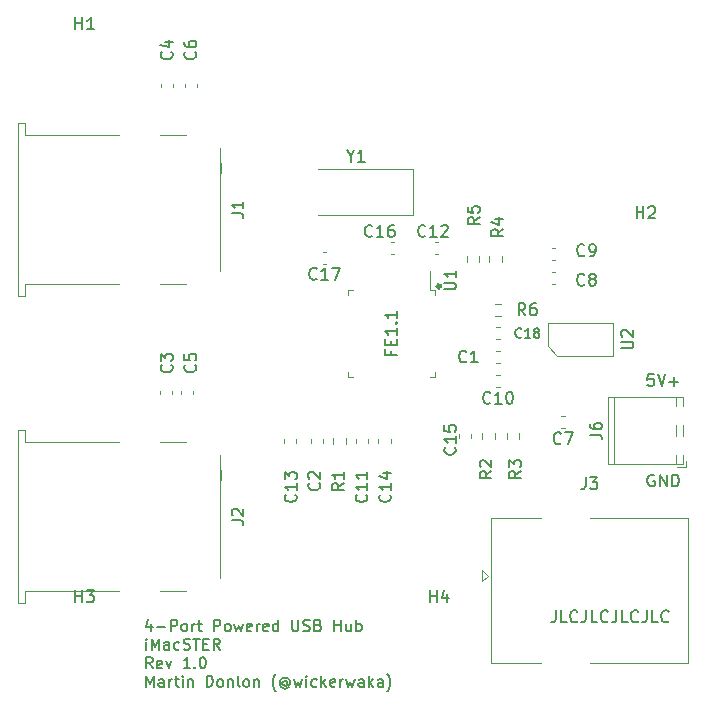
<source format=gbr>
%TF.GenerationSoftware,KiCad,Pcbnew,(5.1.10)-1*%
%TF.CreationDate,2021-06-30T06:41:13-07:00*%
%TF.ProjectId,USBHub,55534248-7562-42e6-9b69-6361645f7063,rev?*%
%TF.SameCoordinates,Original*%
%TF.FileFunction,Legend,Top*%
%TF.FilePolarity,Positive*%
%FSLAX46Y46*%
G04 Gerber Fmt 4.6, Leading zero omitted, Abs format (unit mm)*
G04 Created by KiCad (PCBNEW (5.1.10)-1) date 2021-06-30 06:41:13*
%MOMM*%
%LPD*%
G01*
G04 APERTURE LIST*
%ADD10C,0.150000*%
%ADD11C,0.120000*%
%ADD12C,0.300000*%
G04 APERTURE END LIST*
D10*
X132630833Y-110573928D02*
X132630833Y-111207261D01*
X132404642Y-110212023D02*
X132178452Y-110890595D01*
X132766547Y-110890595D01*
X133128452Y-110845357D02*
X133852261Y-110845357D01*
X134304642Y-111207261D02*
X134304642Y-110257261D01*
X134666547Y-110257261D01*
X134757023Y-110302500D01*
X134802261Y-110347738D01*
X134847500Y-110438214D01*
X134847500Y-110573928D01*
X134802261Y-110664404D01*
X134757023Y-110709642D01*
X134666547Y-110754880D01*
X134304642Y-110754880D01*
X135390357Y-111207261D02*
X135299880Y-111162023D01*
X135254642Y-111116785D01*
X135209404Y-111026309D01*
X135209404Y-110754880D01*
X135254642Y-110664404D01*
X135299880Y-110619166D01*
X135390357Y-110573928D01*
X135526071Y-110573928D01*
X135616547Y-110619166D01*
X135661785Y-110664404D01*
X135707023Y-110754880D01*
X135707023Y-111026309D01*
X135661785Y-111116785D01*
X135616547Y-111162023D01*
X135526071Y-111207261D01*
X135390357Y-111207261D01*
X136114166Y-111207261D02*
X136114166Y-110573928D01*
X136114166Y-110754880D02*
X136159404Y-110664404D01*
X136204642Y-110619166D01*
X136295119Y-110573928D01*
X136385595Y-110573928D01*
X136566547Y-110573928D02*
X136928452Y-110573928D01*
X136702261Y-110257261D02*
X136702261Y-111071547D01*
X136747500Y-111162023D01*
X136837976Y-111207261D01*
X136928452Y-111207261D01*
X137968928Y-111207261D02*
X137968928Y-110257261D01*
X138330833Y-110257261D01*
X138421309Y-110302500D01*
X138466547Y-110347738D01*
X138511785Y-110438214D01*
X138511785Y-110573928D01*
X138466547Y-110664404D01*
X138421309Y-110709642D01*
X138330833Y-110754880D01*
X137968928Y-110754880D01*
X139054642Y-111207261D02*
X138964166Y-111162023D01*
X138918928Y-111116785D01*
X138873690Y-111026309D01*
X138873690Y-110754880D01*
X138918928Y-110664404D01*
X138964166Y-110619166D01*
X139054642Y-110573928D01*
X139190357Y-110573928D01*
X139280833Y-110619166D01*
X139326071Y-110664404D01*
X139371309Y-110754880D01*
X139371309Y-111026309D01*
X139326071Y-111116785D01*
X139280833Y-111162023D01*
X139190357Y-111207261D01*
X139054642Y-111207261D01*
X139687976Y-110573928D02*
X139868928Y-111207261D01*
X140049880Y-110754880D01*
X140230833Y-111207261D01*
X140411785Y-110573928D01*
X141135595Y-111162023D02*
X141045119Y-111207261D01*
X140864166Y-111207261D01*
X140773690Y-111162023D01*
X140728452Y-111071547D01*
X140728452Y-110709642D01*
X140773690Y-110619166D01*
X140864166Y-110573928D01*
X141045119Y-110573928D01*
X141135595Y-110619166D01*
X141180833Y-110709642D01*
X141180833Y-110800119D01*
X140728452Y-110890595D01*
X141587976Y-111207261D02*
X141587976Y-110573928D01*
X141587976Y-110754880D02*
X141633214Y-110664404D01*
X141678452Y-110619166D01*
X141768928Y-110573928D01*
X141859404Y-110573928D01*
X142537976Y-111162023D02*
X142447500Y-111207261D01*
X142266547Y-111207261D01*
X142176071Y-111162023D01*
X142130833Y-111071547D01*
X142130833Y-110709642D01*
X142176071Y-110619166D01*
X142266547Y-110573928D01*
X142447500Y-110573928D01*
X142537976Y-110619166D01*
X142583214Y-110709642D01*
X142583214Y-110800119D01*
X142130833Y-110890595D01*
X143397500Y-111207261D02*
X143397500Y-110257261D01*
X143397500Y-111162023D02*
X143307023Y-111207261D01*
X143126071Y-111207261D01*
X143035595Y-111162023D01*
X142990357Y-111116785D01*
X142945119Y-111026309D01*
X142945119Y-110754880D01*
X142990357Y-110664404D01*
X143035595Y-110619166D01*
X143126071Y-110573928D01*
X143307023Y-110573928D01*
X143397500Y-110619166D01*
X144573690Y-110257261D02*
X144573690Y-111026309D01*
X144618928Y-111116785D01*
X144664166Y-111162023D01*
X144754642Y-111207261D01*
X144935595Y-111207261D01*
X145026071Y-111162023D01*
X145071309Y-111116785D01*
X145116547Y-111026309D01*
X145116547Y-110257261D01*
X145523690Y-111162023D02*
X145659404Y-111207261D01*
X145885595Y-111207261D01*
X145976071Y-111162023D01*
X146021309Y-111116785D01*
X146066547Y-111026309D01*
X146066547Y-110935833D01*
X146021309Y-110845357D01*
X145976071Y-110800119D01*
X145885595Y-110754880D01*
X145704642Y-110709642D01*
X145614166Y-110664404D01*
X145568928Y-110619166D01*
X145523690Y-110528690D01*
X145523690Y-110438214D01*
X145568928Y-110347738D01*
X145614166Y-110302500D01*
X145704642Y-110257261D01*
X145930833Y-110257261D01*
X146066547Y-110302500D01*
X146790357Y-110709642D02*
X146926071Y-110754880D01*
X146971309Y-110800119D01*
X147016547Y-110890595D01*
X147016547Y-111026309D01*
X146971309Y-111116785D01*
X146926071Y-111162023D01*
X146835595Y-111207261D01*
X146473690Y-111207261D01*
X146473690Y-110257261D01*
X146790357Y-110257261D01*
X146880833Y-110302500D01*
X146926071Y-110347738D01*
X146971309Y-110438214D01*
X146971309Y-110528690D01*
X146926071Y-110619166D01*
X146880833Y-110664404D01*
X146790357Y-110709642D01*
X146473690Y-110709642D01*
X148147500Y-111207261D02*
X148147500Y-110257261D01*
X148147500Y-110709642D02*
X148690357Y-110709642D01*
X148690357Y-111207261D02*
X148690357Y-110257261D01*
X149549880Y-110573928D02*
X149549880Y-111207261D01*
X149142738Y-110573928D02*
X149142738Y-111071547D01*
X149187976Y-111162023D01*
X149278452Y-111207261D01*
X149414166Y-111207261D01*
X149504642Y-111162023D01*
X149549880Y-111116785D01*
X150002261Y-111207261D02*
X150002261Y-110257261D01*
X150002261Y-110619166D02*
X150092738Y-110573928D01*
X150273690Y-110573928D01*
X150364166Y-110619166D01*
X150409404Y-110664404D01*
X150454642Y-110754880D01*
X150454642Y-111026309D01*
X150409404Y-111116785D01*
X150364166Y-111162023D01*
X150273690Y-111207261D01*
X150092738Y-111207261D01*
X150002261Y-111162023D01*
X132223690Y-112782261D02*
X132223690Y-112148928D01*
X132223690Y-111832261D02*
X132178452Y-111877500D01*
X132223690Y-111922738D01*
X132268928Y-111877500D01*
X132223690Y-111832261D01*
X132223690Y-111922738D01*
X132676071Y-112782261D02*
X132676071Y-111832261D01*
X132992738Y-112510833D01*
X133309404Y-111832261D01*
X133309404Y-112782261D01*
X134168928Y-112782261D02*
X134168928Y-112284642D01*
X134123690Y-112194166D01*
X134033214Y-112148928D01*
X133852261Y-112148928D01*
X133761785Y-112194166D01*
X134168928Y-112737023D02*
X134078452Y-112782261D01*
X133852261Y-112782261D01*
X133761785Y-112737023D01*
X133716547Y-112646547D01*
X133716547Y-112556071D01*
X133761785Y-112465595D01*
X133852261Y-112420357D01*
X134078452Y-112420357D01*
X134168928Y-112375119D01*
X135028452Y-112737023D02*
X134937976Y-112782261D01*
X134757023Y-112782261D01*
X134666547Y-112737023D01*
X134621309Y-112691785D01*
X134576071Y-112601309D01*
X134576071Y-112329880D01*
X134621309Y-112239404D01*
X134666547Y-112194166D01*
X134757023Y-112148928D01*
X134937976Y-112148928D01*
X135028452Y-112194166D01*
X135390357Y-112737023D02*
X135526071Y-112782261D01*
X135752261Y-112782261D01*
X135842738Y-112737023D01*
X135887976Y-112691785D01*
X135933214Y-112601309D01*
X135933214Y-112510833D01*
X135887976Y-112420357D01*
X135842738Y-112375119D01*
X135752261Y-112329880D01*
X135571309Y-112284642D01*
X135480833Y-112239404D01*
X135435595Y-112194166D01*
X135390357Y-112103690D01*
X135390357Y-112013214D01*
X135435595Y-111922738D01*
X135480833Y-111877500D01*
X135571309Y-111832261D01*
X135797500Y-111832261D01*
X135933214Y-111877500D01*
X136204642Y-111832261D02*
X136747500Y-111832261D01*
X136476071Y-112782261D02*
X136476071Y-111832261D01*
X137064166Y-112284642D02*
X137380833Y-112284642D01*
X137516547Y-112782261D02*
X137064166Y-112782261D01*
X137064166Y-111832261D01*
X137516547Y-111832261D01*
X138466547Y-112782261D02*
X138149880Y-112329880D01*
X137923690Y-112782261D02*
X137923690Y-111832261D01*
X138285595Y-111832261D01*
X138376071Y-111877500D01*
X138421309Y-111922738D01*
X138466547Y-112013214D01*
X138466547Y-112148928D01*
X138421309Y-112239404D01*
X138376071Y-112284642D01*
X138285595Y-112329880D01*
X137923690Y-112329880D01*
X132766547Y-114357261D02*
X132449880Y-113904880D01*
X132223690Y-114357261D02*
X132223690Y-113407261D01*
X132585595Y-113407261D01*
X132676071Y-113452500D01*
X132721309Y-113497738D01*
X132766547Y-113588214D01*
X132766547Y-113723928D01*
X132721309Y-113814404D01*
X132676071Y-113859642D01*
X132585595Y-113904880D01*
X132223690Y-113904880D01*
X133535595Y-114312023D02*
X133445119Y-114357261D01*
X133264166Y-114357261D01*
X133173690Y-114312023D01*
X133128452Y-114221547D01*
X133128452Y-113859642D01*
X133173690Y-113769166D01*
X133264166Y-113723928D01*
X133445119Y-113723928D01*
X133535595Y-113769166D01*
X133580833Y-113859642D01*
X133580833Y-113950119D01*
X133128452Y-114040595D01*
X133897500Y-113723928D02*
X134123690Y-114357261D01*
X134349880Y-113723928D01*
X135933214Y-114357261D02*
X135390357Y-114357261D01*
X135661785Y-114357261D02*
X135661785Y-113407261D01*
X135571309Y-113542976D01*
X135480833Y-113633452D01*
X135390357Y-113678690D01*
X136340357Y-114266785D02*
X136385595Y-114312023D01*
X136340357Y-114357261D01*
X136295119Y-114312023D01*
X136340357Y-114266785D01*
X136340357Y-114357261D01*
X136973690Y-113407261D02*
X137064166Y-113407261D01*
X137154642Y-113452500D01*
X137199880Y-113497738D01*
X137245119Y-113588214D01*
X137290357Y-113769166D01*
X137290357Y-113995357D01*
X137245119Y-114176309D01*
X137199880Y-114266785D01*
X137154642Y-114312023D01*
X137064166Y-114357261D01*
X136973690Y-114357261D01*
X136883214Y-114312023D01*
X136837976Y-114266785D01*
X136792738Y-114176309D01*
X136747500Y-113995357D01*
X136747500Y-113769166D01*
X136792738Y-113588214D01*
X136837976Y-113497738D01*
X136883214Y-113452500D01*
X136973690Y-113407261D01*
X132223690Y-115932261D02*
X132223690Y-114982261D01*
X132540357Y-115660833D01*
X132857023Y-114982261D01*
X132857023Y-115932261D01*
X133716547Y-115932261D02*
X133716547Y-115434642D01*
X133671309Y-115344166D01*
X133580833Y-115298928D01*
X133399880Y-115298928D01*
X133309404Y-115344166D01*
X133716547Y-115887023D02*
X133626071Y-115932261D01*
X133399880Y-115932261D01*
X133309404Y-115887023D01*
X133264166Y-115796547D01*
X133264166Y-115706071D01*
X133309404Y-115615595D01*
X133399880Y-115570357D01*
X133626071Y-115570357D01*
X133716547Y-115525119D01*
X134168928Y-115932261D02*
X134168928Y-115298928D01*
X134168928Y-115479880D02*
X134214166Y-115389404D01*
X134259404Y-115344166D01*
X134349880Y-115298928D01*
X134440357Y-115298928D01*
X134621309Y-115298928D02*
X134983214Y-115298928D01*
X134757023Y-114982261D02*
X134757023Y-115796547D01*
X134802261Y-115887023D01*
X134892738Y-115932261D01*
X134983214Y-115932261D01*
X135299880Y-115932261D02*
X135299880Y-115298928D01*
X135299880Y-114982261D02*
X135254642Y-115027500D01*
X135299880Y-115072738D01*
X135345119Y-115027500D01*
X135299880Y-114982261D01*
X135299880Y-115072738D01*
X135752261Y-115298928D02*
X135752261Y-115932261D01*
X135752261Y-115389404D02*
X135797500Y-115344166D01*
X135887976Y-115298928D01*
X136023690Y-115298928D01*
X136114166Y-115344166D01*
X136159404Y-115434642D01*
X136159404Y-115932261D01*
X137335595Y-115932261D02*
X137335595Y-114982261D01*
X137561785Y-114982261D01*
X137697500Y-115027500D01*
X137787976Y-115117976D01*
X137833214Y-115208452D01*
X137878452Y-115389404D01*
X137878452Y-115525119D01*
X137833214Y-115706071D01*
X137787976Y-115796547D01*
X137697500Y-115887023D01*
X137561785Y-115932261D01*
X137335595Y-115932261D01*
X138421309Y-115932261D02*
X138330833Y-115887023D01*
X138285595Y-115841785D01*
X138240357Y-115751309D01*
X138240357Y-115479880D01*
X138285595Y-115389404D01*
X138330833Y-115344166D01*
X138421309Y-115298928D01*
X138557023Y-115298928D01*
X138647500Y-115344166D01*
X138692738Y-115389404D01*
X138737976Y-115479880D01*
X138737976Y-115751309D01*
X138692738Y-115841785D01*
X138647500Y-115887023D01*
X138557023Y-115932261D01*
X138421309Y-115932261D01*
X139145119Y-115298928D02*
X139145119Y-115932261D01*
X139145119Y-115389404D02*
X139190357Y-115344166D01*
X139280833Y-115298928D01*
X139416547Y-115298928D01*
X139507023Y-115344166D01*
X139552261Y-115434642D01*
X139552261Y-115932261D01*
X140140357Y-115932261D02*
X140049880Y-115887023D01*
X140004642Y-115796547D01*
X140004642Y-114982261D01*
X140637976Y-115932261D02*
X140547500Y-115887023D01*
X140502261Y-115841785D01*
X140457023Y-115751309D01*
X140457023Y-115479880D01*
X140502261Y-115389404D01*
X140547500Y-115344166D01*
X140637976Y-115298928D01*
X140773690Y-115298928D01*
X140864166Y-115344166D01*
X140909404Y-115389404D01*
X140954642Y-115479880D01*
X140954642Y-115751309D01*
X140909404Y-115841785D01*
X140864166Y-115887023D01*
X140773690Y-115932261D01*
X140637976Y-115932261D01*
X141361785Y-115298928D02*
X141361785Y-115932261D01*
X141361785Y-115389404D02*
X141407023Y-115344166D01*
X141497500Y-115298928D01*
X141633214Y-115298928D01*
X141723690Y-115344166D01*
X141768928Y-115434642D01*
X141768928Y-115932261D01*
X143216547Y-116294166D02*
X143171309Y-116248928D01*
X143080833Y-116113214D01*
X143035595Y-116022738D01*
X142990357Y-115887023D01*
X142945119Y-115660833D01*
X142945119Y-115479880D01*
X142990357Y-115253690D01*
X143035595Y-115117976D01*
X143080833Y-115027500D01*
X143171309Y-114891785D01*
X143216547Y-114846547D01*
X144166547Y-115479880D02*
X144121309Y-115434642D01*
X144030833Y-115389404D01*
X143940357Y-115389404D01*
X143849880Y-115434642D01*
X143804642Y-115479880D01*
X143759404Y-115570357D01*
X143759404Y-115660833D01*
X143804642Y-115751309D01*
X143849880Y-115796547D01*
X143940357Y-115841785D01*
X144030833Y-115841785D01*
X144121309Y-115796547D01*
X144166547Y-115751309D01*
X144166547Y-115389404D02*
X144166547Y-115751309D01*
X144211785Y-115796547D01*
X144257023Y-115796547D01*
X144347500Y-115751309D01*
X144392738Y-115660833D01*
X144392738Y-115434642D01*
X144302261Y-115298928D01*
X144166547Y-115208452D01*
X143985595Y-115163214D01*
X143804642Y-115208452D01*
X143668928Y-115298928D01*
X143578452Y-115434642D01*
X143533214Y-115615595D01*
X143578452Y-115796547D01*
X143668928Y-115932261D01*
X143804642Y-116022738D01*
X143985595Y-116067976D01*
X144166547Y-116022738D01*
X144302261Y-115932261D01*
X144709404Y-115298928D02*
X144890357Y-115932261D01*
X145071309Y-115479880D01*
X145252261Y-115932261D01*
X145433214Y-115298928D01*
X145795119Y-115932261D02*
X145795119Y-115298928D01*
X145795119Y-114982261D02*
X145749880Y-115027500D01*
X145795119Y-115072738D01*
X145840357Y-115027500D01*
X145795119Y-114982261D01*
X145795119Y-115072738D01*
X146654642Y-115887023D02*
X146564166Y-115932261D01*
X146383214Y-115932261D01*
X146292738Y-115887023D01*
X146247500Y-115841785D01*
X146202261Y-115751309D01*
X146202261Y-115479880D01*
X146247500Y-115389404D01*
X146292738Y-115344166D01*
X146383214Y-115298928D01*
X146564166Y-115298928D01*
X146654642Y-115344166D01*
X147061785Y-115932261D02*
X147061785Y-114982261D01*
X147152261Y-115570357D02*
X147423690Y-115932261D01*
X147423690Y-115298928D02*
X147061785Y-115660833D01*
X148192738Y-115887023D02*
X148102261Y-115932261D01*
X147921309Y-115932261D01*
X147830833Y-115887023D01*
X147785595Y-115796547D01*
X147785595Y-115434642D01*
X147830833Y-115344166D01*
X147921309Y-115298928D01*
X148102261Y-115298928D01*
X148192738Y-115344166D01*
X148237976Y-115434642D01*
X148237976Y-115525119D01*
X147785595Y-115615595D01*
X148645119Y-115932261D02*
X148645119Y-115298928D01*
X148645119Y-115479880D02*
X148690357Y-115389404D01*
X148735595Y-115344166D01*
X148826071Y-115298928D01*
X148916547Y-115298928D01*
X149142738Y-115298928D02*
X149323690Y-115932261D01*
X149504642Y-115479880D01*
X149685595Y-115932261D01*
X149866547Y-115298928D01*
X150635595Y-115932261D02*
X150635595Y-115434642D01*
X150590357Y-115344166D01*
X150499880Y-115298928D01*
X150318928Y-115298928D01*
X150228452Y-115344166D01*
X150635595Y-115887023D02*
X150545119Y-115932261D01*
X150318928Y-115932261D01*
X150228452Y-115887023D01*
X150183214Y-115796547D01*
X150183214Y-115706071D01*
X150228452Y-115615595D01*
X150318928Y-115570357D01*
X150545119Y-115570357D01*
X150635595Y-115525119D01*
X151087976Y-115932261D02*
X151087976Y-114982261D01*
X151178452Y-115570357D02*
X151449880Y-115932261D01*
X151449880Y-115298928D02*
X151087976Y-115660833D01*
X152264166Y-115932261D02*
X152264166Y-115434642D01*
X152218928Y-115344166D01*
X152128452Y-115298928D01*
X151947500Y-115298928D01*
X151857023Y-115344166D01*
X152264166Y-115887023D02*
X152173690Y-115932261D01*
X151947500Y-115932261D01*
X151857023Y-115887023D01*
X151811785Y-115796547D01*
X151811785Y-115706071D01*
X151857023Y-115615595D01*
X151947500Y-115570357D01*
X152173690Y-115570357D01*
X152264166Y-115525119D01*
X152626071Y-116294166D02*
X152671309Y-116248928D01*
X152761785Y-116113214D01*
X152807023Y-116022738D01*
X152852261Y-115887023D01*
X152897500Y-115660833D01*
X152897500Y-115479880D01*
X152852261Y-115253690D01*
X152807023Y-115117976D01*
X152761785Y-115027500D01*
X152671309Y-114891785D01*
X152626071Y-114846547D01*
X166880952Y-109452380D02*
X166880952Y-110166666D01*
X166833333Y-110309523D01*
X166738095Y-110404761D01*
X166595238Y-110452380D01*
X166500000Y-110452380D01*
X167833333Y-110452380D02*
X167357142Y-110452380D01*
X167357142Y-109452380D01*
X168738095Y-110357142D02*
X168690476Y-110404761D01*
X168547619Y-110452380D01*
X168452380Y-110452380D01*
X168309523Y-110404761D01*
X168214285Y-110309523D01*
X168166666Y-110214285D01*
X168119047Y-110023809D01*
X168119047Y-109880952D01*
X168166666Y-109690476D01*
X168214285Y-109595238D01*
X168309523Y-109500000D01*
X168452380Y-109452380D01*
X168547619Y-109452380D01*
X168690476Y-109500000D01*
X168738095Y-109547619D01*
X169452380Y-109452380D02*
X169452380Y-110166666D01*
X169404761Y-110309523D01*
X169309523Y-110404761D01*
X169166666Y-110452380D01*
X169071428Y-110452380D01*
X170404761Y-110452380D02*
X169928571Y-110452380D01*
X169928571Y-109452380D01*
X171309523Y-110357142D02*
X171261904Y-110404761D01*
X171119047Y-110452380D01*
X171023809Y-110452380D01*
X170880952Y-110404761D01*
X170785714Y-110309523D01*
X170738095Y-110214285D01*
X170690476Y-110023809D01*
X170690476Y-109880952D01*
X170738095Y-109690476D01*
X170785714Y-109595238D01*
X170880952Y-109500000D01*
X171023809Y-109452380D01*
X171119047Y-109452380D01*
X171261904Y-109500000D01*
X171309523Y-109547619D01*
X172023809Y-109452380D02*
X172023809Y-110166666D01*
X171976190Y-110309523D01*
X171880952Y-110404761D01*
X171738095Y-110452380D01*
X171642857Y-110452380D01*
X172976190Y-110452380D02*
X172500000Y-110452380D01*
X172500000Y-109452380D01*
X173880952Y-110357142D02*
X173833333Y-110404761D01*
X173690476Y-110452380D01*
X173595238Y-110452380D01*
X173452380Y-110404761D01*
X173357142Y-110309523D01*
X173309523Y-110214285D01*
X173261904Y-110023809D01*
X173261904Y-109880952D01*
X173309523Y-109690476D01*
X173357142Y-109595238D01*
X173452380Y-109500000D01*
X173595238Y-109452380D01*
X173690476Y-109452380D01*
X173833333Y-109500000D01*
X173880952Y-109547619D01*
X174595238Y-109452380D02*
X174595238Y-110166666D01*
X174547619Y-110309523D01*
X174452380Y-110404761D01*
X174309523Y-110452380D01*
X174214285Y-110452380D01*
X175547619Y-110452380D02*
X175071428Y-110452380D01*
X175071428Y-109452380D01*
X176452380Y-110357142D02*
X176404761Y-110404761D01*
X176261904Y-110452380D01*
X176166666Y-110452380D01*
X176023809Y-110404761D01*
X175928571Y-110309523D01*
X175880952Y-110214285D01*
X175833333Y-110023809D01*
X175833333Y-109880952D01*
X175880952Y-109690476D01*
X175928571Y-109595238D01*
X176023809Y-109500000D01*
X176166666Y-109452380D01*
X176261904Y-109452380D01*
X176404761Y-109500000D01*
X176452380Y-109547619D01*
X175238095Y-98000000D02*
X175142857Y-97952380D01*
X175000000Y-97952380D01*
X174857142Y-98000000D01*
X174761904Y-98095238D01*
X174714285Y-98190476D01*
X174666666Y-98380952D01*
X174666666Y-98523809D01*
X174714285Y-98714285D01*
X174761904Y-98809523D01*
X174857142Y-98904761D01*
X175000000Y-98952380D01*
X175095238Y-98952380D01*
X175238095Y-98904761D01*
X175285714Y-98857142D01*
X175285714Y-98523809D01*
X175095238Y-98523809D01*
X175714285Y-98952380D02*
X175714285Y-97952380D01*
X176285714Y-98952380D01*
X176285714Y-97952380D01*
X176761904Y-98952380D02*
X176761904Y-97952380D01*
X177000000Y-97952380D01*
X177142857Y-98000000D01*
X177238095Y-98095238D01*
X177285714Y-98190476D01*
X177333333Y-98380952D01*
X177333333Y-98523809D01*
X177285714Y-98714285D01*
X177238095Y-98809523D01*
X177142857Y-98904761D01*
X177000000Y-98952380D01*
X176761904Y-98952380D01*
X175190476Y-89452380D02*
X174714285Y-89452380D01*
X174666666Y-89928571D01*
X174714285Y-89880952D01*
X174809523Y-89833333D01*
X175047619Y-89833333D01*
X175142857Y-89880952D01*
X175190476Y-89928571D01*
X175238095Y-90023809D01*
X175238095Y-90261904D01*
X175190476Y-90357142D01*
X175142857Y-90404761D01*
X175047619Y-90452380D01*
X174809523Y-90452380D01*
X174714285Y-90404761D01*
X174666666Y-90357142D01*
X175523809Y-89452380D02*
X175857142Y-90452380D01*
X176190476Y-89452380D01*
X176523809Y-90071428D02*
X177285714Y-90071428D01*
X176904761Y-90452380D02*
X176904761Y-89690476D01*
D11*
%TO.C,J2*%
X138600000Y-98400000D02*
X138600000Y-97600000D01*
X138450000Y-96310000D02*
X138450000Y-106690000D01*
X121950000Y-95190000D02*
X129920000Y-95190000D01*
X121950000Y-94190000D02*
X121950000Y-95190000D01*
X121330000Y-94190000D02*
X121950000Y-94190000D01*
X121330000Y-108810000D02*
X121330000Y-94190000D01*
X121950000Y-108810000D02*
X121330000Y-108810000D01*
X121950000Y-107810000D02*
X121950000Y-108810000D01*
X129920000Y-107810000D02*
X121950000Y-107810000D01*
X133420000Y-95190000D02*
X135600000Y-95190000D01*
X133420000Y-107810000D02*
X135600000Y-107810000D01*
%TO.C,J1*%
X138600000Y-72400000D02*
X138600000Y-71600000D01*
X138450000Y-70310000D02*
X138450000Y-80690000D01*
X121950000Y-69190000D02*
X129920000Y-69190000D01*
X121950000Y-68190000D02*
X121950000Y-69190000D01*
X121330000Y-68190000D02*
X121950000Y-68190000D01*
X121330000Y-82810000D02*
X121330000Y-68190000D01*
X121950000Y-82810000D02*
X121330000Y-82810000D01*
X121950000Y-81810000D02*
X121950000Y-82810000D01*
X129920000Y-81810000D02*
X121950000Y-81810000D01*
X133420000Y-69190000D02*
X135600000Y-69190000D01*
X133420000Y-81810000D02*
X135600000Y-81810000D01*
%TO.C,Y1*%
X154775000Y-72050000D02*
X146800000Y-72050000D01*
X154775000Y-75950000D02*
X154775000Y-72050000D01*
X146800000Y-75950000D02*
X154775000Y-75950000D01*
%TO.C,U2*%
X171755000Y-87875000D02*
X167045000Y-87875000D01*
X171755000Y-85125000D02*
X171755000Y-87875000D01*
X166245000Y-85125000D02*
X171755000Y-85125000D01*
X166245000Y-87075000D02*
X166245000Y-85125000D01*
X167045000Y-87875000D02*
X166245000Y-87075000D01*
%TO.C,U1*%
X156650000Y-82750000D02*
X156650000Y-82350000D01*
X156650000Y-82350000D02*
X156250000Y-82350000D01*
X156250000Y-82350000D02*
X156250000Y-80750000D01*
X156650000Y-89250000D02*
X156650000Y-89650000D01*
X156650000Y-89650000D02*
X156250000Y-89650000D01*
X149350000Y-82750000D02*
X149350000Y-82350000D01*
X149350000Y-82350000D02*
X149750000Y-82350000D01*
X149350000Y-89250000D02*
X149350000Y-89650000D01*
X149350000Y-89650000D02*
X149750000Y-89650000D01*
D12*
X157150000Y-82000000D02*
G75*
G03*
X157150000Y-82000000I-150000J0D01*
G01*
D11*
%TO.C,R6*%
X161745276Y-84522500D02*
X162254724Y-84522500D01*
X161745276Y-83477500D02*
X162254724Y-83477500D01*
%TO.C,R5*%
X159377500Y-79445276D02*
X159377500Y-79954724D01*
X160422500Y-79445276D02*
X160422500Y-79954724D01*
%TO.C,R4*%
X162322500Y-79954724D02*
X162322500Y-79445276D01*
X161277500Y-79954724D02*
X161277500Y-79445276D01*
%TO.C,R3*%
X163822500Y-94954724D02*
X163822500Y-94445276D01*
X162777500Y-94954724D02*
X162777500Y-94445276D01*
%TO.C,R2*%
X161722500Y-94954724D02*
X161722500Y-94445276D01*
X160677500Y-94954724D02*
X160677500Y-94445276D01*
%TO.C,R1*%
X148077500Y-94845276D02*
X148077500Y-95354724D01*
X149122500Y-94845276D02*
X149122500Y-95354724D01*
%TO.C,J6*%
X177900000Y-97300000D02*
X177900000Y-96800000D01*
X177160000Y-97300000D02*
X177900000Y-97300000D01*
X171340000Y-91400000D02*
X177660000Y-91400000D01*
X171340000Y-97060000D02*
X177660000Y-97060000D01*
X177660000Y-92170000D02*
X177660000Y-91400000D01*
X177660000Y-94710000D02*
X177660000Y-93750000D01*
X177660000Y-97060000D02*
X177660000Y-96290000D01*
X171340000Y-97060000D02*
X171340000Y-91400000D01*
X171800000Y-97060000D02*
X171800000Y-91400000D01*
X177100000Y-92170000D02*
X177100000Y-91400000D01*
X177100000Y-94710000D02*
X177100000Y-93750000D01*
X177100000Y-97060000D02*
X177100000Y-96290000D01*
%TO.C,J3*%
X160680000Y-107000000D02*
X161180000Y-106500000D01*
X160680000Y-106000000D02*
X160680000Y-107000000D01*
X161180000Y-106500000D02*
X160680000Y-106000000D01*
X178120000Y-113910000D02*
X169760000Y-113910000D01*
X178120000Y-101590000D02*
X178120000Y-113910000D01*
X169760000Y-101590000D02*
X178120000Y-101590000D01*
X161400000Y-113910000D02*
X165660000Y-113910000D01*
X161400000Y-101590000D02*
X161400000Y-113910000D01*
X165660000Y-101590000D02*
X161400000Y-101590000D01*
%TO.C,C18*%
X161853733Y-86510000D02*
X162146267Y-86510000D01*
X161853733Y-85490000D02*
X162146267Y-85490000D01*
%TO.C,C17*%
X147153733Y-80110000D02*
X147446267Y-80110000D01*
X147153733Y-79090000D02*
X147446267Y-79090000D01*
%TO.C,C16*%
X152953733Y-79310000D02*
X153246267Y-79310000D01*
X152953733Y-78290000D02*
X153246267Y-78290000D01*
%TO.C,C15*%
X158690000Y-94553733D02*
X158690000Y-94846267D01*
X159710000Y-94553733D02*
X159710000Y-94846267D01*
%TO.C,C14*%
X151890000Y-94953733D02*
X151890000Y-95246267D01*
X152910000Y-94953733D02*
X152910000Y-95246267D01*
%TO.C,C13*%
X143890000Y-94953733D02*
X143890000Y-95246267D01*
X144910000Y-94953733D02*
X144910000Y-95246267D01*
%TO.C,C12*%
X156653733Y-79310000D02*
X156946267Y-79310000D01*
X156653733Y-78290000D02*
X156946267Y-78290000D01*
%TO.C,C11*%
X149990000Y-94953733D02*
X149990000Y-95246267D01*
X151010000Y-94953733D02*
X151010000Y-95246267D01*
%TO.C,C10*%
X161853733Y-90510000D02*
X162146267Y-90510000D01*
X161853733Y-89490000D02*
X162146267Y-89490000D01*
%TO.C,C9*%
X166846267Y-78790000D02*
X166553733Y-78790000D01*
X166846267Y-79810000D02*
X166553733Y-79810000D01*
%TO.C,C8*%
X166846267Y-80790000D02*
X166553733Y-80790000D01*
X166846267Y-81810000D02*
X166553733Y-81810000D01*
%TO.C,C7*%
X167646267Y-92990000D02*
X167353733Y-92990000D01*
X167646267Y-94010000D02*
X167353733Y-94010000D01*
%TO.C,C6*%
X136510000Y-65146267D02*
X136510000Y-64853733D01*
X135490000Y-65146267D02*
X135490000Y-64853733D01*
%TO.C,C5*%
X136210000Y-91146267D02*
X136210000Y-90853733D01*
X135190000Y-91146267D02*
X135190000Y-90853733D01*
%TO.C,C4*%
X134510000Y-65146267D02*
X134510000Y-64853733D01*
X133490000Y-65146267D02*
X133490000Y-64853733D01*
%TO.C,C3*%
X134410000Y-91146267D02*
X134410000Y-90853733D01*
X133390000Y-91146267D02*
X133390000Y-90853733D01*
%TO.C,C2*%
X146190000Y-94953733D02*
X146190000Y-95246267D01*
X147210000Y-94953733D02*
X147210000Y-95246267D01*
%TO.C,C1*%
X161853733Y-88510000D02*
X162146267Y-88510000D01*
X161853733Y-87490000D02*
X162146267Y-87490000D01*
%TO.C,H4*%
D10*
X156238095Y-108752380D02*
X156238095Y-107752380D01*
X156238095Y-108228571D02*
X156809523Y-108228571D01*
X156809523Y-108752380D02*
X156809523Y-107752380D01*
X157714285Y-108085714D02*
X157714285Y-108752380D01*
X157476190Y-107704761D02*
X157238095Y-108419047D01*
X157857142Y-108419047D01*
%TO.C,H3*%
X126238095Y-108752380D02*
X126238095Y-107752380D01*
X126238095Y-108228571D02*
X126809523Y-108228571D01*
X126809523Y-108752380D02*
X126809523Y-107752380D01*
X127190476Y-107752380D02*
X127809523Y-107752380D01*
X127476190Y-108133333D01*
X127619047Y-108133333D01*
X127714285Y-108180952D01*
X127761904Y-108228571D01*
X127809523Y-108323809D01*
X127809523Y-108561904D01*
X127761904Y-108657142D01*
X127714285Y-108704761D01*
X127619047Y-108752380D01*
X127333333Y-108752380D01*
X127238095Y-108704761D01*
X127190476Y-108657142D01*
%TO.C,H2*%
X173738095Y-76252380D02*
X173738095Y-75252380D01*
X173738095Y-75728571D02*
X174309523Y-75728571D01*
X174309523Y-76252380D02*
X174309523Y-75252380D01*
X174738095Y-75347619D02*
X174785714Y-75300000D01*
X174880952Y-75252380D01*
X175119047Y-75252380D01*
X175214285Y-75300000D01*
X175261904Y-75347619D01*
X175309523Y-75442857D01*
X175309523Y-75538095D01*
X175261904Y-75680952D01*
X174690476Y-76252380D01*
X175309523Y-76252380D01*
%TO.C,H1*%
X126238095Y-60252380D02*
X126238095Y-59252380D01*
X126238095Y-59728571D02*
X126809523Y-59728571D01*
X126809523Y-60252380D02*
X126809523Y-59252380D01*
X127809523Y-60252380D02*
X127238095Y-60252380D01*
X127523809Y-60252380D02*
X127523809Y-59252380D01*
X127428571Y-59395238D01*
X127333333Y-59490476D01*
X127238095Y-59538095D01*
%TO.C,J2*%
X139452380Y-101833333D02*
X140166666Y-101833333D01*
X140309523Y-101880952D01*
X140404761Y-101976190D01*
X140452380Y-102119047D01*
X140452380Y-102214285D01*
X139547619Y-101404761D02*
X139500000Y-101357142D01*
X139452380Y-101261904D01*
X139452380Y-101023809D01*
X139500000Y-100928571D01*
X139547619Y-100880952D01*
X139642857Y-100833333D01*
X139738095Y-100833333D01*
X139880952Y-100880952D01*
X140452380Y-101452380D01*
X140452380Y-100833333D01*
%TO.C,J1*%
X139452380Y-75833333D02*
X140166666Y-75833333D01*
X140309523Y-75880952D01*
X140404761Y-75976190D01*
X140452380Y-76119047D01*
X140452380Y-76214285D01*
X140452380Y-74833333D02*
X140452380Y-75404761D01*
X140452380Y-75119047D02*
X139452380Y-75119047D01*
X139595238Y-75214285D01*
X139690476Y-75309523D01*
X139738095Y-75404761D01*
%TO.C,Y1*%
X149523809Y-70976190D02*
X149523809Y-71452380D01*
X149190476Y-70452380D02*
X149523809Y-70976190D01*
X149857142Y-70452380D01*
X150714285Y-71452380D02*
X150142857Y-71452380D01*
X150428571Y-71452380D02*
X150428571Y-70452380D01*
X150333333Y-70595238D01*
X150238095Y-70690476D01*
X150142857Y-70738095D01*
%TO.C,U2*%
X172452380Y-87261904D02*
X173261904Y-87261904D01*
X173357142Y-87214285D01*
X173404761Y-87166666D01*
X173452380Y-87071428D01*
X173452380Y-86880952D01*
X173404761Y-86785714D01*
X173357142Y-86738095D01*
X173261904Y-86690476D01*
X172452380Y-86690476D01*
X172547619Y-86261904D02*
X172500000Y-86214285D01*
X172452380Y-86119047D01*
X172452380Y-85880952D01*
X172500000Y-85785714D01*
X172547619Y-85738095D01*
X172642857Y-85690476D01*
X172738095Y-85690476D01*
X172880952Y-85738095D01*
X173452380Y-86309523D01*
X173452380Y-85690476D01*
%TO.C,U1*%
X157452380Y-82261904D02*
X158261904Y-82261904D01*
X158357142Y-82214285D01*
X158404761Y-82166666D01*
X158452380Y-82071428D01*
X158452380Y-81880952D01*
X158404761Y-81785714D01*
X158357142Y-81738095D01*
X158261904Y-81690476D01*
X157452380Y-81690476D01*
X158452380Y-80690476D02*
X158452380Y-81261904D01*
X158452380Y-80976190D02*
X157452380Y-80976190D01*
X157595238Y-81071428D01*
X157690476Y-81166666D01*
X157738095Y-81261904D01*
X152928571Y-87500000D02*
X152928571Y-87833333D01*
X153452380Y-87833333D02*
X152452380Y-87833333D01*
X152452380Y-87357142D01*
X152928571Y-86976190D02*
X152928571Y-86642857D01*
X153452380Y-86500000D02*
X153452380Y-86976190D01*
X152452380Y-86976190D01*
X152452380Y-86500000D01*
X153452380Y-85547619D02*
X153452380Y-86119047D01*
X153452380Y-85833333D02*
X152452380Y-85833333D01*
X152595238Y-85928571D01*
X152690476Y-86023809D01*
X152738095Y-86119047D01*
X153357142Y-85119047D02*
X153404761Y-85071428D01*
X153452380Y-85119047D01*
X153404761Y-85166666D01*
X153357142Y-85119047D01*
X153452380Y-85119047D01*
X153452380Y-84119047D02*
X153452380Y-84690476D01*
X153452380Y-84404761D02*
X152452380Y-84404761D01*
X152595238Y-84500000D01*
X152690476Y-84595238D01*
X152738095Y-84690476D01*
%TO.C,R6*%
X164333333Y-84452380D02*
X164000000Y-83976190D01*
X163761904Y-84452380D02*
X163761904Y-83452380D01*
X164142857Y-83452380D01*
X164238095Y-83500000D01*
X164285714Y-83547619D01*
X164333333Y-83642857D01*
X164333333Y-83785714D01*
X164285714Y-83880952D01*
X164238095Y-83928571D01*
X164142857Y-83976190D01*
X163761904Y-83976190D01*
X165190476Y-83452380D02*
X165000000Y-83452380D01*
X164904761Y-83500000D01*
X164857142Y-83547619D01*
X164761904Y-83690476D01*
X164714285Y-83880952D01*
X164714285Y-84261904D01*
X164761904Y-84357142D01*
X164809523Y-84404761D01*
X164904761Y-84452380D01*
X165095238Y-84452380D01*
X165190476Y-84404761D01*
X165238095Y-84357142D01*
X165285714Y-84261904D01*
X165285714Y-84023809D01*
X165238095Y-83928571D01*
X165190476Y-83880952D01*
X165095238Y-83833333D01*
X164904761Y-83833333D01*
X164809523Y-83880952D01*
X164761904Y-83928571D01*
X164714285Y-84023809D01*
%TO.C,R5*%
X160452380Y-76166666D02*
X159976190Y-76500000D01*
X160452380Y-76738095D02*
X159452380Y-76738095D01*
X159452380Y-76357142D01*
X159500000Y-76261904D01*
X159547619Y-76214285D01*
X159642857Y-76166666D01*
X159785714Y-76166666D01*
X159880952Y-76214285D01*
X159928571Y-76261904D01*
X159976190Y-76357142D01*
X159976190Y-76738095D01*
X159452380Y-75261904D02*
X159452380Y-75738095D01*
X159928571Y-75785714D01*
X159880952Y-75738095D01*
X159833333Y-75642857D01*
X159833333Y-75404761D01*
X159880952Y-75309523D01*
X159928571Y-75261904D01*
X160023809Y-75214285D01*
X160261904Y-75214285D01*
X160357142Y-75261904D01*
X160404761Y-75309523D01*
X160452380Y-75404761D01*
X160452380Y-75642857D01*
X160404761Y-75738095D01*
X160357142Y-75785714D01*
%TO.C,R4*%
X162452380Y-77166666D02*
X161976190Y-77500000D01*
X162452380Y-77738095D02*
X161452380Y-77738095D01*
X161452380Y-77357142D01*
X161500000Y-77261904D01*
X161547619Y-77214285D01*
X161642857Y-77166666D01*
X161785714Y-77166666D01*
X161880952Y-77214285D01*
X161928571Y-77261904D01*
X161976190Y-77357142D01*
X161976190Y-77738095D01*
X161785714Y-76309523D02*
X162452380Y-76309523D01*
X161404761Y-76547619D02*
X162119047Y-76785714D01*
X162119047Y-76166666D01*
%TO.C,R3*%
X163952380Y-97666666D02*
X163476190Y-98000000D01*
X163952380Y-98238095D02*
X162952380Y-98238095D01*
X162952380Y-97857142D01*
X163000000Y-97761904D01*
X163047619Y-97714285D01*
X163142857Y-97666666D01*
X163285714Y-97666666D01*
X163380952Y-97714285D01*
X163428571Y-97761904D01*
X163476190Y-97857142D01*
X163476190Y-98238095D01*
X162952380Y-97333333D02*
X162952380Y-96714285D01*
X163333333Y-97047619D01*
X163333333Y-96904761D01*
X163380952Y-96809523D01*
X163428571Y-96761904D01*
X163523809Y-96714285D01*
X163761904Y-96714285D01*
X163857142Y-96761904D01*
X163904761Y-96809523D01*
X163952380Y-96904761D01*
X163952380Y-97190476D01*
X163904761Y-97285714D01*
X163857142Y-97333333D01*
%TO.C,R2*%
X161452380Y-97666666D02*
X160976190Y-98000000D01*
X161452380Y-98238095D02*
X160452380Y-98238095D01*
X160452380Y-97857142D01*
X160500000Y-97761904D01*
X160547619Y-97714285D01*
X160642857Y-97666666D01*
X160785714Y-97666666D01*
X160880952Y-97714285D01*
X160928571Y-97761904D01*
X160976190Y-97857142D01*
X160976190Y-98238095D01*
X160547619Y-97285714D02*
X160500000Y-97238095D01*
X160452380Y-97142857D01*
X160452380Y-96904761D01*
X160500000Y-96809523D01*
X160547619Y-96761904D01*
X160642857Y-96714285D01*
X160738095Y-96714285D01*
X160880952Y-96761904D01*
X161452380Y-97333333D01*
X161452380Y-96714285D01*
%TO.C,R1*%
X148952380Y-98666666D02*
X148476190Y-99000000D01*
X148952380Y-99238095D02*
X147952380Y-99238095D01*
X147952380Y-98857142D01*
X148000000Y-98761904D01*
X148047619Y-98714285D01*
X148142857Y-98666666D01*
X148285714Y-98666666D01*
X148380952Y-98714285D01*
X148428571Y-98761904D01*
X148476190Y-98857142D01*
X148476190Y-99238095D01*
X148952380Y-97714285D02*
X148952380Y-98285714D01*
X148952380Y-98000000D02*
X147952380Y-98000000D01*
X148095238Y-98095238D01*
X148190476Y-98190476D01*
X148238095Y-98285714D01*
%TO.C,J6*%
X169792380Y-94563333D02*
X170506666Y-94563333D01*
X170649523Y-94610952D01*
X170744761Y-94706190D01*
X170792380Y-94849047D01*
X170792380Y-94944285D01*
X169792380Y-93658571D02*
X169792380Y-93849047D01*
X169840000Y-93944285D01*
X169887619Y-93991904D01*
X170030476Y-94087142D01*
X170220952Y-94134761D01*
X170601904Y-94134761D01*
X170697142Y-94087142D01*
X170744761Y-94039523D01*
X170792380Y-93944285D01*
X170792380Y-93753809D01*
X170744761Y-93658571D01*
X170697142Y-93610952D01*
X170601904Y-93563333D01*
X170363809Y-93563333D01*
X170268571Y-93610952D01*
X170220952Y-93658571D01*
X170173333Y-93753809D01*
X170173333Y-93944285D01*
X170220952Y-94039523D01*
X170268571Y-94087142D01*
X170363809Y-94134761D01*
%TO.C,J3*%
X169426666Y-98182380D02*
X169426666Y-98896666D01*
X169379047Y-99039523D01*
X169283809Y-99134761D01*
X169140952Y-99182380D01*
X169045714Y-99182380D01*
X169807619Y-98182380D02*
X170426666Y-98182380D01*
X170093333Y-98563333D01*
X170236190Y-98563333D01*
X170331428Y-98610952D01*
X170379047Y-98658571D01*
X170426666Y-98753809D01*
X170426666Y-98991904D01*
X170379047Y-99087142D01*
X170331428Y-99134761D01*
X170236190Y-99182380D01*
X169950476Y-99182380D01*
X169855238Y-99134761D01*
X169807619Y-99087142D01*
%TO.C,C18*%
X163985714Y-86285714D02*
X163947619Y-86323809D01*
X163833333Y-86361904D01*
X163757142Y-86361904D01*
X163642857Y-86323809D01*
X163566666Y-86247619D01*
X163528571Y-86171428D01*
X163490476Y-86019047D01*
X163490476Y-85904761D01*
X163528571Y-85752380D01*
X163566666Y-85676190D01*
X163642857Y-85600000D01*
X163757142Y-85561904D01*
X163833333Y-85561904D01*
X163947619Y-85600000D01*
X163985714Y-85638095D01*
X164747619Y-86361904D02*
X164290476Y-86361904D01*
X164519047Y-86361904D02*
X164519047Y-85561904D01*
X164442857Y-85676190D01*
X164366666Y-85752380D01*
X164290476Y-85790476D01*
X165204761Y-85904761D02*
X165128571Y-85866666D01*
X165090476Y-85828571D01*
X165052380Y-85752380D01*
X165052380Y-85714285D01*
X165090476Y-85638095D01*
X165128571Y-85600000D01*
X165204761Y-85561904D01*
X165357142Y-85561904D01*
X165433333Y-85600000D01*
X165471428Y-85638095D01*
X165509523Y-85714285D01*
X165509523Y-85752380D01*
X165471428Y-85828571D01*
X165433333Y-85866666D01*
X165357142Y-85904761D01*
X165204761Y-85904761D01*
X165128571Y-85942857D01*
X165090476Y-85980952D01*
X165052380Y-86057142D01*
X165052380Y-86209523D01*
X165090476Y-86285714D01*
X165128571Y-86323809D01*
X165204761Y-86361904D01*
X165357142Y-86361904D01*
X165433333Y-86323809D01*
X165471428Y-86285714D01*
X165509523Y-86209523D01*
X165509523Y-86057142D01*
X165471428Y-85980952D01*
X165433333Y-85942857D01*
X165357142Y-85904761D01*
%TO.C,C17*%
X146657142Y-81357142D02*
X146609523Y-81404761D01*
X146466666Y-81452380D01*
X146371428Y-81452380D01*
X146228571Y-81404761D01*
X146133333Y-81309523D01*
X146085714Y-81214285D01*
X146038095Y-81023809D01*
X146038095Y-80880952D01*
X146085714Y-80690476D01*
X146133333Y-80595238D01*
X146228571Y-80500000D01*
X146371428Y-80452380D01*
X146466666Y-80452380D01*
X146609523Y-80500000D01*
X146657142Y-80547619D01*
X147609523Y-81452380D02*
X147038095Y-81452380D01*
X147323809Y-81452380D02*
X147323809Y-80452380D01*
X147228571Y-80595238D01*
X147133333Y-80690476D01*
X147038095Y-80738095D01*
X147942857Y-80452380D02*
X148609523Y-80452380D01*
X148180952Y-81452380D01*
%TO.C,C16*%
X151357142Y-77727142D02*
X151309523Y-77774761D01*
X151166666Y-77822380D01*
X151071428Y-77822380D01*
X150928571Y-77774761D01*
X150833333Y-77679523D01*
X150785714Y-77584285D01*
X150738095Y-77393809D01*
X150738095Y-77250952D01*
X150785714Y-77060476D01*
X150833333Y-76965238D01*
X150928571Y-76870000D01*
X151071428Y-76822380D01*
X151166666Y-76822380D01*
X151309523Y-76870000D01*
X151357142Y-76917619D01*
X152309523Y-77822380D02*
X151738095Y-77822380D01*
X152023809Y-77822380D02*
X152023809Y-76822380D01*
X151928571Y-76965238D01*
X151833333Y-77060476D01*
X151738095Y-77108095D01*
X153166666Y-76822380D02*
X152976190Y-76822380D01*
X152880952Y-76870000D01*
X152833333Y-76917619D01*
X152738095Y-77060476D01*
X152690476Y-77250952D01*
X152690476Y-77631904D01*
X152738095Y-77727142D01*
X152785714Y-77774761D01*
X152880952Y-77822380D01*
X153071428Y-77822380D01*
X153166666Y-77774761D01*
X153214285Y-77727142D01*
X153261904Y-77631904D01*
X153261904Y-77393809D01*
X153214285Y-77298571D01*
X153166666Y-77250952D01*
X153071428Y-77203333D01*
X152880952Y-77203333D01*
X152785714Y-77250952D01*
X152738095Y-77298571D01*
X152690476Y-77393809D01*
%TO.C,C15*%
X158357142Y-95642857D02*
X158404761Y-95690476D01*
X158452380Y-95833333D01*
X158452380Y-95928571D01*
X158404761Y-96071428D01*
X158309523Y-96166666D01*
X158214285Y-96214285D01*
X158023809Y-96261904D01*
X157880952Y-96261904D01*
X157690476Y-96214285D01*
X157595238Y-96166666D01*
X157500000Y-96071428D01*
X157452380Y-95928571D01*
X157452380Y-95833333D01*
X157500000Y-95690476D01*
X157547619Y-95642857D01*
X158452380Y-94690476D02*
X158452380Y-95261904D01*
X158452380Y-94976190D02*
X157452380Y-94976190D01*
X157595238Y-95071428D01*
X157690476Y-95166666D01*
X157738095Y-95261904D01*
X157452380Y-93785714D02*
X157452380Y-94261904D01*
X157928571Y-94309523D01*
X157880952Y-94261904D01*
X157833333Y-94166666D01*
X157833333Y-93928571D01*
X157880952Y-93833333D01*
X157928571Y-93785714D01*
X158023809Y-93738095D01*
X158261904Y-93738095D01*
X158357142Y-93785714D01*
X158404761Y-93833333D01*
X158452380Y-93928571D01*
X158452380Y-94166666D01*
X158404761Y-94261904D01*
X158357142Y-94309523D01*
%TO.C,C14*%
X152857142Y-99642857D02*
X152904761Y-99690476D01*
X152952380Y-99833333D01*
X152952380Y-99928571D01*
X152904761Y-100071428D01*
X152809523Y-100166666D01*
X152714285Y-100214285D01*
X152523809Y-100261904D01*
X152380952Y-100261904D01*
X152190476Y-100214285D01*
X152095238Y-100166666D01*
X152000000Y-100071428D01*
X151952380Y-99928571D01*
X151952380Y-99833333D01*
X152000000Y-99690476D01*
X152047619Y-99642857D01*
X152952380Y-98690476D02*
X152952380Y-99261904D01*
X152952380Y-98976190D02*
X151952380Y-98976190D01*
X152095238Y-99071428D01*
X152190476Y-99166666D01*
X152238095Y-99261904D01*
X152285714Y-97833333D02*
X152952380Y-97833333D01*
X151904761Y-98071428D02*
X152619047Y-98309523D01*
X152619047Y-97690476D01*
%TO.C,C13*%
X144857142Y-99642857D02*
X144904761Y-99690476D01*
X144952380Y-99833333D01*
X144952380Y-99928571D01*
X144904761Y-100071428D01*
X144809523Y-100166666D01*
X144714285Y-100214285D01*
X144523809Y-100261904D01*
X144380952Y-100261904D01*
X144190476Y-100214285D01*
X144095238Y-100166666D01*
X144000000Y-100071428D01*
X143952380Y-99928571D01*
X143952380Y-99833333D01*
X144000000Y-99690476D01*
X144047619Y-99642857D01*
X144952380Y-98690476D02*
X144952380Y-99261904D01*
X144952380Y-98976190D02*
X143952380Y-98976190D01*
X144095238Y-99071428D01*
X144190476Y-99166666D01*
X144238095Y-99261904D01*
X143952380Y-98357142D02*
X143952380Y-97738095D01*
X144333333Y-98071428D01*
X144333333Y-97928571D01*
X144380952Y-97833333D01*
X144428571Y-97785714D01*
X144523809Y-97738095D01*
X144761904Y-97738095D01*
X144857142Y-97785714D01*
X144904761Y-97833333D01*
X144952380Y-97928571D01*
X144952380Y-98214285D01*
X144904761Y-98309523D01*
X144857142Y-98357142D01*
%TO.C,C12*%
X155857142Y-77727142D02*
X155809523Y-77774761D01*
X155666666Y-77822380D01*
X155571428Y-77822380D01*
X155428571Y-77774761D01*
X155333333Y-77679523D01*
X155285714Y-77584285D01*
X155238095Y-77393809D01*
X155238095Y-77250952D01*
X155285714Y-77060476D01*
X155333333Y-76965238D01*
X155428571Y-76870000D01*
X155571428Y-76822380D01*
X155666666Y-76822380D01*
X155809523Y-76870000D01*
X155857142Y-76917619D01*
X156809523Y-77822380D02*
X156238095Y-77822380D01*
X156523809Y-77822380D02*
X156523809Y-76822380D01*
X156428571Y-76965238D01*
X156333333Y-77060476D01*
X156238095Y-77108095D01*
X157190476Y-76917619D02*
X157238095Y-76870000D01*
X157333333Y-76822380D01*
X157571428Y-76822380D01*
X157666666Y-76870000D01*
X157714285Y-76917619D01*
X157761904Y-77012857D01*
X157761904Y-77108095D01*
X157714285Y-77250952D01*
X157142857Y-77822380D01*
X157761904Y-77822380D01*
%TO.C,C11*%
X150857142Y-99642857D02*
X150904761Y-99690476D01*
X150952380Y-99833333D01*
X150952380Y-99928571D01*
X150904761Y-100071428D01*
X150809523Y-100166666D01*
X150714285Y-100214285D01*
X150523809Y-100261904D01*
X150380952Y-100261904D01*
X150190476Y-100214285D01*
X150095238Y-100166666D01*
X150000000Y-100071428D01*
X149952380Y-99928571D01*
X149952380Y-99833333D01*
X150000000Y-99690476D01*
X150047619Y-99642857D01*
X150952380Y-98690476D02*
X150952380Y-99261904D01*
X150952380Y-98976190D02*
X149952380Y-98976190D01*
X150095238Y-99071428D01*
X150190476Y-99166666D01*
X150238095Y-99261904D01*
X150952380Y-97738095D02*
X150952380Y-98309523D01*
X150952380Y-98023809D02*
X149952380Y-98023809D01*
X150095238Y-98119047D01*
X150190476Y-98214285D01*
X150238095Y-98309523D01*
%TO.C,C10*%
X161357142Y-91857142D02*
X161309523Y-91904761D01*
X161166666Y-91952380D01*
X161071428Y-91952380D01*
X160928571Y-91904761D01*
X160833333Y-91809523D01*
X160785714Y-91714285D01*
X160738095Y-91523809D01*
X160738095Y-91380952D01*
X160785714Y-91190476D01*
X160833333Y-91095238D01*
X160928571Y-91000000D01*
X161071428Y-90952380D01*
X161166666Y-90952380D01*
X161309523Y-91000000D01*
X161357142Y-91047619D01*
X162309523Y-91952380D02*
X161738095Y-91952380D01*
X162023809Y-91952380D02*
X162023809Y-90952380D01*
X161928571Y-91095238D01*
X161833333Y-91190476D01*
X161738095Y-91238095D01*
X162928571Y-90952380D02*
X163023809Y-90952380D01*
X163119047Y-91000000D01*
X163166666Y-91047619D01*
X163214285Y-91142857D01*
X163261904Y-91333333D01*
X163261904Y-91571428D01*
X163214285Y-91761904D01*
X163166666Y-91857142D01*
X163119047Y-91904761D01*
X163023809Y-91952380D01*
X162928571Y-91952380D01*
X162833333Y-91904761D01*
X162785714Y-91857142D01*
X162738095Y-91761904D01*
X162690476Y-91571428D01*
X162690476Y-91333333D01*
X162738095Y-91142857D01*
X162785714Y-91047619D01*
X162833333Y-91000000D01*
X162928571Y-90952380D01*
%TO.C,C9*%
X169333333Y-79357142D02*
X169285714Y-79404761D01*
X169142857Y-79452380D01*
X169047619Y-79452380D01*
X168904761Y-79404761D01*
X168809523Y-79309523D01*
X168761904Y-79214285D01*
X168714285Y-79023809D01*
X168714285Y-78880952D01*
X168761904Y-78690476D01*
X168809523Y-78595238D01*
X168904761Y-78500000D01*
X169047619Y-78452380D01*
X169142857Y-78452380D01*
X169285714Y-78500000D01*
X169333333Y-78547619D01*
X169809523Y-79452380D02*
X170000000Y-79452380D01*
X170095238Y-79404761D01*
X170142857Y-79357142D01*
X170238095Y-79214285D01*
X170285714Y-79023809D01*
X170285714Y-78642857D01*
X170238095Y-78547619D01*
X170190476Y-78500000D01*
X170095238Y-78452380D01*
X169904761Y-78452380D01*
X169809523Y-78500000D01*
X169761904Y-78547619D01*
X169714285Y-78642857D01*
X169714285Y-78880952D01*
X169761904Y-78976190D01*
X169809523Y-79023809D01*
X169904761Y-79071428D01*
X170095238Y-79071428D01*
X170190476Y-79023809D01*
X170238095Y-78976190D01*
X170285714Y-78880952D01*
%TO.C,C8*%
X169333333Y-81857142D02*
X169285714Y-81904761D01*
X169142857Y-81952380D01*
X169047619Y-81952380D01*
X168904761Y-81904761D01*
X168809523Y-81809523D01*
X168761904Y-81714285D01*
X168714285Y-81523809D01*
X168714285Y-81380952D01*
X168761904Y-81190476D01*
X168809523Y-81095238D01*
X168904761Y-81000000D01*
X169047619Y-80952380D01*
X169142857Y-80952380D01*
X169285714Y-81000000D01*
X169333333Y-81047619D01*
X169904761Y-81380952D02*
X169809523Y-81333333D01*
X169761904Y-81285714D01*
X169714285Y-81190476D01*
X169714285Y-81142857D01*
X169761904Y-81047619D01*
X169809523Y-81000000D01*
X169904761Y-80952380D01*
X170095238Y-80952380D01*
X170190476Y-81000000D01*
X170238095Y-81047619D01*
X170285714Y-81142857D01*
X170285714Y-81190476D01*
X170238095Y-81285714D01*
X170190476Y-81333333D01*
X170095238Y-81380952D01*
X169904761Y-81380952D01*
X169809523Y-81428571D01*
X169761904Y-81476190D01*
X169714285Y-81571428D01*
X169714285Y-81761904D01*
X169761904Y-81857142D01*
X169809523Y-81904761D01*
X169904761Y-81952380D01*
X170095238Y-81952380D01*
X170190476Y-81904761D01*
X170238095Y-81857142D01*
X170285714Y-81761904D01*
X170285714Y-81571428D01*
X170238095Y-81476190D01*
X170190476Y-81428571D01*
X170095238Y-81380952D01*
%TO.C,C7*%
X167333333Y-95287142D02*
X167285714Y-95334761D01*
X167142857Y-95382380D01*
X167047619Y-95382380D01*
X166904761Y-95334761D01*
X166809523Y-95239523D01*
X166761904Y-95144285D01*
X166714285Y-94953809D01*
X166714285Y-94810952D01*
X166761904Y-94620476D01*
X166809523Y-94525238D01*
X166904761Y-94430000D01*
X167047619Y-94382380D01*
X167142857Y-94382380D01*
X167285714Y-94430000D01*
X167333333Y-94477619D01*
X167666666Y-94382380D02*
X168333333Y-94382380D01*
X167904761Y-95382380D01*
%TO.C,C6*%
X136357142Y-62166666D02*
X136404761Y-62214285D01*
X136452380Y-62357142D01*
X136452380Y-62452380D01*
X136404761Y-62595238D01*
X136309523Y-62690476D01*
X136214285Y-62738095D01*
X136023809Y-62785714D01*
X135880952Y-62785714D01*
X135690476Y-62738095D01*
X135595238Y-62690476D01*
X135500000Y-62595238D01*
X135452380Y-62452380D01*
X135452380Y-62357142D01*
X135500000Y-62214285D01*
X135547619Y-62166666D01*
X135452380Y-61309523D02*
X135452380Y-61500000D01*
X135500000Y-61595238D01*
X135547619Y-61642857D01*
X135690476Y-61738095D01*
X135880952Y-61785714D01*
X136261904Y-61785714D01*
X136357142Y-61738095D01*
X136404761Y-61690476D01*
X136452380Y-61595238D01*
X136452380Y-61404761D01*
X136404761Y-61309523D01*
X136357142Y-61261904D01*
X136261904Y-61214285D01*
X136023809Y-61214285D01*
X135928571Y-61261904D01*
X135880952Y-61309523D01*
X135833333Y-61404761D01*
X135833333Y-61595238D01*
X135880952Y-61690476D01*
X135928571Y-61738095D01*
X136023809Y-61785714D01*
%TO.C,C5*%
X136357142Y-88666666D02*
X136404761Y-88714285D01*
X136452380Y-88857142D01*
X136452380Y-88952380D01*
X136404761Y-89095238D01*
X136309523Y-89190476D01*
X136214285Y-89238095D01*
X136023809Y-89285714D01*
X135880952Y-89285714D01*
X135690476Y-89238095D01*
X135595238Y-89190476D01*
X135500000Y-89095238D01*
X135452380Y-88952380D01*
X135452380Y-88857142D01*
X135500000Y-88714285D01*
X135547619Y-88666666D01*
X135452380Y-87761904D02*
X135452380Y-88238095D01*
X135928571Y-88285714D01*
X135880952Y-88238095D01*
X135833333Y-88142857D01*
X135833333Y-87904761D01*
X135880952Y-87809523D01*
X135928571Y-87761904D01*
X136023809Y-87714285D01*
X136261904Y-87714285D01*
X136357142Y-87761904D01*
X136404761Y-87809523D01*
X136452380Y-87904761D01*
X136452380Y-88142857D01*
X136404761Y-88238095D01*
X136357142Y-88285714D01*
%TO.C,C4*%
X134357142Y-62166666D02*
X134404761Y-62214285D01*
X134452380Y-62357142D01*
X134452380Y-62452380D01*
X134404761Y-62595238D01*
X134309523Y-62690476D01*
X134214285Y-62738095D01*
X134023809Y-62785714D01*
X133880952Y-62785714D01*
X133690476Y-62738095D01*
X133595238Y-62690476D01*
X133500000Y-62595238D01*
X133452380Y-62452380D01*
X133452380Y-62357142D01*
X133500000Y-62214285D01*
X133547619Y-62166666D01*
X133785714Y-61309523D02*
X134452380Y-61309523D01*
X133404761Y-61547619D02*
X134119047Y-61785714D01*
X134119047Y-61166666D01*
%TO.C,C3*%
X134357142Y-88666666D02*
X134404761Y-88714285D01*
X134452380Y-88857142D01*
X134452380Y-88952380D01*
X134404761Y-89095238D01*
X134309523Y-89190476D01*
X134214285Y-89238095D01*
X134023809Y-89285714D01*
X133880952Y-89285714D01*
X133690476Y-89238095D01*
X133595238Y-89190476D01*
X133500000Y-89095238D01*
X133452380Y-88952380D01*
X133452380Y-88857142D01*
X133500000Y-88714285D01*
X133547619Y-88666666D01*
X133452380Y-88333333D02*
X133452380Y-87714285D01*
X133833333Y-88047619D01*
X133833333Y-87904761D01*
X133880952Y-87809523D01*
X133928571Y-87761904D01*
X134023809Y-87714285D01*
X134261904Y-87714285D01*
X134357142Y-87761904D01*
X134404761Y-87809523D01*
X134452380Y-87904761D01*
X134452380Y-88190476D01*
X134404761Y-88285714D01*
X134357142Y-88333333D01*
%TO.C,C2*%
X146857142Y-98666666D02*
X146904761Y-98714285D01*
X146952380Y-98857142D01*
X146952380Y-98952380D01*
X146904761Y-99095238D01*
X146809523Y-99190476D01*
X146714285Y-99238095D01*
X146523809Y-99285714D01*
X146380952Y-99285714D01*
X146190476Y-99238095D01*
X146095238Y-99190476D01*
X146000000Y-99095238D01*
X145952380Y-98952380D01*
X145952380Y-98857142D01*
X146000000Y-98714285D01*
X146047619Y-98666666D01*
X146047619Y-98285714D02*
X146000000Y-98238095D01*
X145952380Y-98142857D01*
X145952380Y-97904761D01*
X146000000Y-97809523D01*
X146047619Y-97761904D01*
X146142857Y-97714285D01*
X146238095Y-97714285D01*
X146380952Y-97761904D01*
X146952380Y-98333333D01*
X146952380Y-97714285D01*
%TO.C,C1*%
X159333333Y-88357142D02*
X159285714Y-88404761D01*
X159142857Y-88452380D01*
X159047619Y-88452380D01*
X158904761Y-88404761D01*
X158809523Y-88309523D01*
X158761904Y-88214285D01*
X158714285Y-88023809D01*
X158714285Y-87880952D01*
X158761904Y-87690476D01*
X158809523Y-87595238D01*
X158904761Y-87500000D01*
X159047619Y-87452380D01*
X159142857Y-87452380D01*
X159285714Y-87500000D01*
X159333333Y-87547619D01*
X160285714Y-88452380D02*
X159714285Y-88452380D01*
X160000000Y-88452380D02*
X160000000Y-87452380D01*
X159904761Y-87595238D01*
X159809523Y-87690476D01*
X159714285Y-87738095D01*
%TD*%
M02*

</source>
